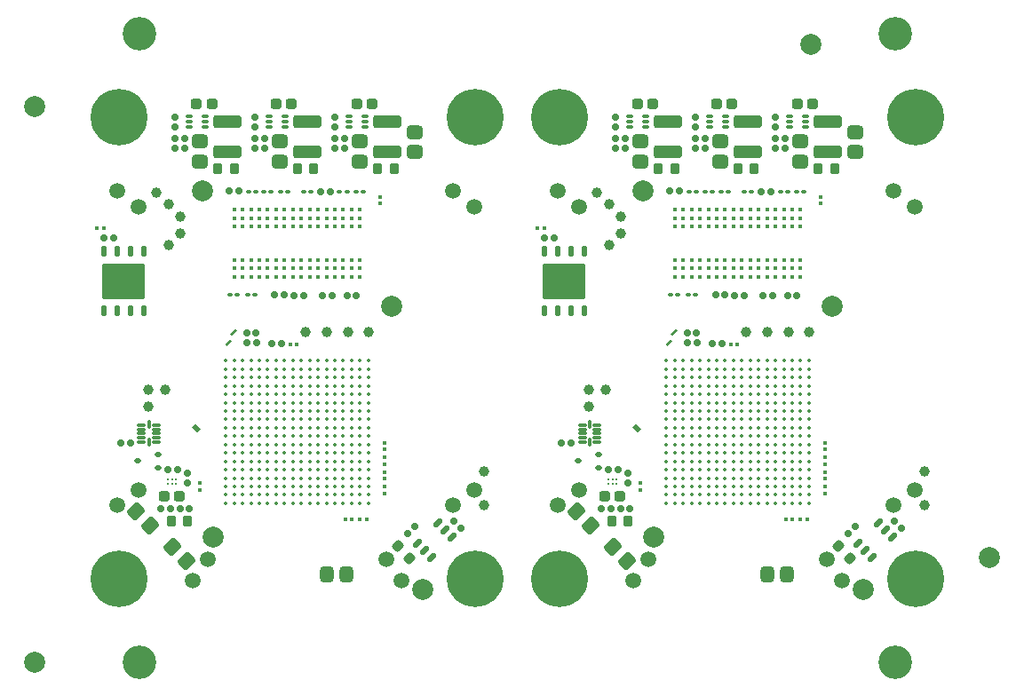
<source format=gbr>
G04*
G04 #@! TF.GenerationSoftware,Altium Limited,Altium Designer,22.4.2 (48)*
G04*
G04 Layer_Color=8388736*
%FSAX24Y24*%
%MOIN*%
G70*
G04*
G04 #@! TF.SameCoordinates,804BE6BC-564E-48D7-BD21-CB3B51F5BFA5*
G04*
G04*
G04 #@! TF.FilePolarity,Negative*
G04*
G01*
G75*
%ADD10C,0.0394*%
%ADD15C,0.0110*%
G04:AMPARAMS|DCode=16|XSize=39.4mil|YSize=35.4mil|CornerRadius=8.9mil|HoleSize=0mil|Usage=FLASHONLY|Rotation=90.000|XOffset=0mil|YOffset=0mil|HoleType=Round|Shape=RoundedRectangle|*
%AMROUNDEDRECTD16*
21,1,0.0394,0.0177,0,0,90.0*
21,1,0.0217,0.0354,0,0,90.0*
1,1,0.0177,0.0089,0.0108*
1,1,0.0177,0.0089,-0.0108*
1,1,0.0177,-0.0089,-0.0108*
1,1,0.0177,-0.0089,0.0108*
%
%ADD16ROUNDEDRECTD16*%
G04:AMPARAMS|DCode=17|XSize=39.4mil|YSize=35.4mil|CornerRadius=8.9mil|HoleSize=0mil|Usage=FLASHONLY|Rotation=225.000|XOffset=0mil|YOffset=0mil|HoleType=Round|Shape=RoundedRectangle|*
%AMROUNDEDRECTD17*
21,1,0.0394,0.0177,0,0,225.0*
21,1,0.0217,0.0354,0,0,225.0*
1,1,0.0177,-0.0139,-0.0014*
1,1,0.0177,0.0014,0.0139*
1,1,0.0177,0.0139,0.0014*
1,1,0.0177,-0.0014,-0.0139*
%
%ADD17ROUNDEDRECTD17*%
G04:AMPARAMS|DCode=18|XSize=107.1mil|YSize=48.4mil|CornerRadius=12.1mil|HoleSize=0mil|Usage=FLASHONLY|Rotation=0.000|XOffset=0mil|YOffset=0mil|HoleType=Round|Shape=RoundedRectangle|*
%AMROUNDEDRECTD18*
21,1,0.1071,0.0242,0,0,0.0*
21,1,0.0829,0.0484,0,0,0.0*
1,1,0.0242,0.0414,-0.0121*
1,1,0.0242,-0.0414,-0.0121*
1,1,0.0242,-0.0414,0.0121*
1,1,0.0242,0.0414,0.0121*
%
%ADD18ROUNDEDRECTD18*%
G04:AMPARAMS|DCode=19|XSize=59.1mil|YSize=51.2mil|CornerRadius=12.8mil|HoleSize=0mil|Usage=FLASHONLY|Rotation=0.000|XOffset=0mil|YOffset=0mil|HoleType=Round|Shape=RoundedRectangle|*
%AMROUNDEDRECTD19*
21,1,0.0591,0.0256,0,0,0.0*
21,1,0.0335,0.0512,0,0,0.0*
1,1,0.0256,0.0167,-0.0128*
1,1,0.0256,-0.0167,-0.0128*
1,1,0.0256,-0.0167,0.0128*
1,1,0.0256,0.0167,0.0128*
%
%ADD19ROUNDEDRECTD19*%
G04:AMPARAMS|DCode=20|XSize=37.4mil|YSize=41.3mil|CornerRadius=9.4mil|HoleSize=0mil|Usage=FLASHONLY|Rotation=270.000|XOffset=0mil|YOffset=0mil|HoleType=Round|Shape=RoundedRectangle|*
%AMROUNDEDRECTD20*
21,1,0.0374,0.0226,0,0,270.0*
21,1,0.0187,0.0413,0,0,270.0*
1,1,0.0187,-0.0113,-0.0094*
1,1,0.0187,-0.0113,0.0094*
1,1,0.0187,0.0113,0.0094*
1,1,0.0187,0.0113,-0.0094*
%
%ADD20ROUNDEDRECTD20*%
G04:AMPARAMS|DCode=21|XSize=59.1mil|YSize=51.2mil|CornerRadius=12.8mil|HoleSize=0mil|Usage=FLASHONLY|Rotation=45.000|XOffset=0mil|YOffset=0mil|HoleType=Round|Shape=RoundedRectangle|*
%AMROUNDEDRECTD21*
21,1,0.0591,0.0256,0,0,45.0*
21,1,0.0335,0.0512,0,0,45.0*
1,1,0.0256,0.0209,0.0028*
1,1,0.0256,-0.0028,-0.0209*
1,1,0.0256,-0.0209,-0.0028*
1,1,0.0256,0.0028,0.0209*
%
%ADD21ROUNDEDRECTD21*%
G04:AMPARAMS|DCode=22|XSize=59.1mil|YSize=51.2mil|CornerRadius=12.8mil|HoleSize=0mil|Usage=FLASHONLY|Rotation=90.000|XOffset=0mil|YOffset=0mil|HoleType=Round|Shape=RoundedRectangle|*
%AMROUNDEDRECTD22*
21,1,0.0591,0.0256,0,0,90.0*
21,1,0.0335,0.0512,0,0,90.0*
1,1,0.0256,0.0128,0.0167*
1,1,0.0256,0.0128,-0.0167*
1,1,0.0256,-0.0128,-0.0167*
1,1,0.0256,-0.0128,0.0167*
%
%ADD22ROUNDEDRECTD22*%
G04:AMPARAMS|DCode=23|XSize=23.6mil|YSize=23.6mil|CornerRadius=5.9mil|HoleSize=0mil|Usage=FLASHONLY|Rotation=270.000|XOffset=0mil|YOffset=0mil|HoleType=Round|Shape=RoundedRectangle|*
%AMROUNDEDRECTD23*
21,1,0.0236,0.0118,0,0,270.0*
21,1,0.0118,0.0236,0,0,270.0*
1,1,0.0118,-0.0059,-0.0059*
1,1,0.0118,-0.0059,0.0059*
1,1,0.0118,0.0059,0.0059*
1,1,0.0118,0.0059,-0.0059*
%
%ADD23ROUNDEDRECTD23*%
G04:AMPARAMS|DCode=24|XSize=23.6mil|YSize=23.6mil|CornerRadius=5.9mil|HoleSize=0mil|Usage=FLASHONLY|Rotation=0.000|XOffset=0mil|YOffset=0mil|HoleType=Round|Shape=RoundedRectangle|*
%AMROUNDEDRECTD24*
21,1,0.0236,0.0118,0,0,0.0*
21,1,0.0118,0.0236,0,0,0.0*
1,1,0.0118,0.0059,-0.0059*
1,1,0.0118,-0.0059,-0.0059*
1,1,0.0118,-0.0059,0.0059*
1,1,0.0118,0.0059,0.0059*
%
%ADD24ROUNDEDRECTD24*%
G04:AMPARAMS|DCode=25|XSize=25.2mil|YSize=25.2mil|CornerRadius=6.3mil|HoleSize=0mil|Usage=FLASHONLY|Rotation=0.000|XOffset=0mil|YOffset=0mil|HoleType=Round|Shape=RoundedRectangle|*
%AMROUNDEDRECTD25*
21,1,0.0252,0.0126,0,0,0.0*
21,1,0.0126,0.0252,0,0,0.0*
1,1,0.0126,0.0063,-0.0063*
1,1,0.0126,-0.0063,-0.0063*
1,1,0.0126,-0.0063,0.0063*
1,1,0.0126,0.0063,0.0063*
%
%ADD25ROUNDEDRECTD25*%
G04:AMPARAMS|DCode=26|XSize=25.2mil|YSize=25.2mil|CornerRadius=6.3mil|HoleSize=0mil|Usage=FLASHONLY|Rotation=270.000|XOffset=0mil|YOffset=0mil|HoleType=Round|Shape=RoundedRectangle|*
%AMROUNDEDRECTD26*
21,1,0.0252,0.0126,0,0,270.0*
21,1,0.0126,0.0252,0,0,270.0*
1,1,0.0126,-0.0063,-0.0063*
1,1,0.0126,-0.0063,0.0063*
1,1,0.0126,0.0063,0.0063*
1,1,0.0126,0.0063,-0.0063*
%
%ADD26ROUNDEDRECTD26*%
G04:AMPARAMS|DCode=27|XSize=25.2mil|YSize=25.2mil|CornerRadius=6.3mil|HoleSize=0mil|Usage=FLASHONLY|Rotation=315.000|XOffset=0mil|YOffset=0mil|HoleType=Round|Shape=RoundedRectangle|*
%AMROUNDEDRECTD27*
21,1,0.0252,0.0126,0,0,315.0*
21,1,0.0126,0.0252,0,0,315.0*
1,1,0.0126,0.0000,-0.0089*
1,1,0.0126,-0.0089,0.0000*
1,1,0.0126,0.0000,0.0089*
1,1,0.0126,0.0089,0.0000*
%
%ADD27ROUNDEDRECTD27*%
G04:AMPARAMS|DCode=28|XSize=25.2mil|YSize=25.2mil|CornerRadius=6.3mil|HoleSize=0mil|Usage=FLASHONLY|Rotation=225.000|XOffset=0mil|YOffset=0mil|HoleType=Round|Shape=RoundedRectangle|*
%AMROUNDEDRECTD28*
21,1,0.0252,0.0126,0,0,225.0*
21,1,0.0126,0.0252,0,0,225.0*
1,1,0.0126,-0.0089,0.0000*
1,1,0.0126,0.0000,0.0089*
1,1,0.0126,0.0089,0.0000*
1,1,0.0126,0.0000,-0.0089*
%
%ADD28ROUNDEDRECTD28*%
G04:AMPARAMS|DCode=29|XSize=13.8mil|YSize=15.7mil|CornerRadius=3.4mil|HoleSize=0mil|Usage=FLASHONLY|Rotation=270.000|XOffset=0mil|YOffset=0mil|HoleType=Round|Shape=RoundedRectangle|*
%AMROUNDEDRECTD29*
21,1,0.0138,0.0089,0,0,270.0*
21,1,0.0069,0.0157,0,0,270.0*
1,1,0.0069,-0.0044,-0.0034*
1,1,0.0069,-0.0044,0.0034*
1,1,0.0069,0.0044,0.0034*
1,1,0.0069,0.0044,-0.0034*
%
%ADD29ROUNDEDRECTD29*%
G04:AMPARAMS|DCode=30|XSize=13.8mil|YSize=15.7mil|CornerRadius=3.4mil|HoleSize=0mil|Usage=FLASHONLY|Rotation=180.000|XOffset=0mil|YOffset=0mil|HoleType=Round|Shape=RoundedRectangle|*
%AMROUNDEDRECTD30*
21,1,0.0138,0.0089,0,0,180.0*
21,1,0.0069,0.0157,0,0,180.0*
1,1,0.0069,-0.0034,0.0044*
1,1,0.0069,0.0034,0.0044*
1,1,0.0069,0.0034,-0.0044*
1,1,0.0069,-0.0034,-0.0044*
%
%ADD30ROUNDEDRECTD30*%
G04:AMPARAMS|DCode=31|XSize=16.5mil|YSize=18.1mil|CornerRadius=4.1mil|HoleSize=0mil|Usage=FLASHONLY|Rotation=270.000|XOffset=0mil|YOffset=0mil|HoleType=Round|Shape=RoundedRectangle|*
%AMROUNDEDRECTD31*
21,1,0.0165,0.0098,0,0,270.0*
21,1,0.0083,0.0181,0,0,270.0*
1,1,0.0083,-0.0049,-0.0041*
1,1,0.0083,-0.0049,0.0041*
1,1,0.0083,0.0049,0.0041*
1,1,0.0083,0.0049,-0.0041*
%
%ADD31ROUNDEDRECTD31*%
G04:AMPARAMS|DCode=32|XSize=11.8mil|YSize=26.4mil|CornerRadius=3mil|HoleSize=0mil|Usage=FLASHONLY|Rotation=270.000|XOffset=0mil|YOffset=0mil|HoleType=Round|Shape=RoundedRectangle|*
%AMROUNDEDRECTD32*
21,1,0.0118,0.0205,0,0,270.0*
21,1,0.0059,0.0264,0,0,270.0*
1,1,0.0059,-0.0102,-0.0030*
1,1,0.0059,-0.0102,0.0030*
1,1,0.0059,0.0102,0.0030*
1,1,0.0059,0.0102,-0.0030*
%
%ADD32ROUNDEDRECTD32*%
%ADD33C,0.0157*%
%ADD34C,0.0138*%
G04:AMPARAMS|DCode=35|XSize=21.7mil|YSize=39.4mil|CornerRadius=5.4mil|HoleSize=0mil|Usage=FLASHONLY|Rotation=135.000|XOffset=0mil|YOffset=0mil|HoleType=Round|Shape=RoundedRectangle|*
%AMROUNDEDRECTD35*
21,1,0.0217,0.0285,0,0,135.0*
21,1,0.0108,0.0394,0,0,135.0*
1,1,0.0108,0.0063,0.0139*
1,1,0.0108,0.0139,0.0063*
1,1,0.0108,-0.0063,-0.0139*
1,1,0.0108,-0.0139,-0.0063*
%
%ADD35ROUNDEDRECTD35*%
G04:AMPARAMS|DCode=36|XSize=18.5mil|YSize=23.6mil|CornerRadius=4.6mil|HoleSize=0mil|Usage=FLASHONLY|Rotation=90.000|XOffset=0mil|YOffset=0mil|HoleType=Round|Shape=RoundedRectangle|*
%AMROUNDEDRECTD36*
21,1,0.0185,0.0144,0,0,90.0*
21,1,0.0093,0.0236,0,0,90.0*
1,1,0.0093,0.0072,0.0046*
1,1,0.0093,0.0072,-0.0046*
1,1,0.0093,-0.0072,-0.0046*
1,1,0.0093,-0.0072,0.0046*
%
%ADD36ROUNDEDRECTD36*%
G04:AMPARAMS|DCode=39|XSize=17.7mil|YSize=41.3mil|CornerRadius=4.4mil|HoleSize=0mil|Usage=FLASHONLY|Rotation=180.000|XOffset=0mil|YOffset=0mil|HoleType=Round|Shape=RoundedRectangle|*
%AMROUNDEDRECTD39*
21,1,0.0177,0.0325,0,0,180.0*
21,1,0.0089,0.0413,0,0,180.0*
1,1,0.0089,-0.0044,0.0162*
1,1,0.0089,0.0044,0.0162*
1,1,0.0089,0.0044,-0.0162*
1,1,0.0089,-0.0044,-0.0162*
%
%ADD39ROUNDEDRECTD39*%
G04:AMPARAMS|DCode=40|XSize=157.5mil|YSize=133.9mil|CornerRadius=3.3mil|HoleSize=0mil|Usage=FLASHONLY|Rotation=180.000|XOffset=0mil|YOffset=0mil|HoleType=Round|Shape=RoundedRectangle|*
%AMROUNDEDRECTD40*
21,1,0.1575,0.1272,0,0,180.0*
21,1,0.1508,0.1339,0,0,180.0*
1,1,0.0067,-0.0754,0.0636*
1,1,0.0067,0.0754,0.0636*
1,1,0.0067,0.0754,-0.0636*
1,1,0.0067,-0.0754,-0.0636*
%
%ADD40ROUNDEDRECTD40*%
%ADD45C,0.1260*%
%ADD46C,0.2126*%
%ADD47C,0.0591*%
%ADD64C,0.0787*%
G04:AMPARAMS|DCode=65|XSize=11.9mil|YSize=31.6mil|CornerRadius=4mil|HoleSize=0mil|Usage=FLASHONLY|Rotation=180.000|XOffset=0mil|YOffset=0mil|HoleType=Round|Shape=RoundedRectangle|*
%AMROUNDEDRECTD65*
21,1,0.0119,0.0236,0,0,180.0*
21,1,0.0039,0.0316,0,0,180.0*
1,1,0.0079,-0.0020,0.0118*
1,1,0.0079,0.0020,0.0118*
1,1,0.0079,0.0020,-0.0118*
1,1,0.0079,-0.0020,-0.0118*
%
%ADD65ROUNDEDRECTD65*%
G04:AMPARAMS|DCode=66|XSize=11.9mil|YSize=31.6mil|CornerRadius=4mil|HoleSize=0mil|Usage=FLASHONLY|Rotation=270.000|XOffset=0mil|YOffset=0mil|HoleType=Round|Shape=RoundedRectangle|*
%AMROUNDEDRECTD66*
21,1,0.0119,0.0236,0,0,270.0*
21,1,0.0039,0.0316,0,0,270.0*
1,1,0.0079,-0.0118,-0.0020*
1,1,0.0079,-0.0118,0.0020*
1,1,0.0079,0.0118,0.0020*
1,1,0.0079,0.0118,-0.0020*
%
%ADD66ROUNDEDRECTD66*%
G36*
X026083Y014449D02*
X025896Y014262D01*
X025837Y014321D01*
X026024Y014508D01*
X026083Y014449D01*
D02*
G37*
G36*
X009547D02*
X009360Y014262D01*
X009301Y014321D01*
X009488Y014508D01*
X009547Y014449D01*
D02*
G37*
G36*
X025901Y014050D02*
X025714Y013863D01*
X025655Y013922D01*
X025842Y014109D01*
X025901Y014050D01*
D02*
G37*
G36*
X009365D02*
X009178Y013863D01*
X009119Y013922D01*
X009306Y014109D01*
X009365Y014050D01*
D02*
G37*
G36*
X024719Y010753D02*
X024582Y010615D01*
X024395Y010802D01*
X024532Y010940D01*
X024719Y010753D01*
D02*
G37*
G36*
X008184D02*
X008046Y010615D01*
X007859Y010802D01*
X007997Y010940D01*
X008184Y010753D01*
D02*
G37*
D10*
X018839Y007874D02*
D03*
X018839Y009154D02*
D03*
X006535Y019626D02*
D03*
X006988Y017638D02*
D03*
X007421Y018091D02*
D03*
Y018720D02*
D03*
X006988Y019173D02*
D03*
X006240Y012224D02*
D03*
Y011594D02*
D03*
X006850Y012224D02*
D03*
X014498Y014370D02*
D03*
X013711D02*
D03*
X012136D02*
D03*
X012923D02*
D03*
X035374Y007874D02*
D03*
X035374Y009154D02*
D03*
X023071Y019626D02*
D03*
X023524Y017638D02*
D03*
X023957Y018091D02*
D03*
Y018720D02*
D03*
X023524Y019173D02*
D03*
X022776Y012224D02*
D03*
Y011594D02*
D03*
X023386Y012224D02*
D03*
X031033Y014370D02*
D03*
X030246D02*
D03*
X028671D02*
D03*
X029459D02*
D03*
D15*
X007274Y008848D02*
D03*
Y008691D02*
D03*
X007116Y008848D02*
D03*
Y008691D02*
D03*
X006959Y008848D02*
D03*
Y008691D02*
D03*
X023809Y008848D02*
D03*
Y008691D02*
D03*
X023652Y008848D02*
D03*
Y008691D02*
D03*
X023494Y008848D02*
D03*
Y008691D02*
D03*
D16*
X008819Y020512D02*
D03*
X009449D02*
D03*
X007077Y007274D02*
D03*
X007707D02*
D03*
X011811Y020512D02*
D03*
X012441D02*
D03*
X014823D02*
D03*
X015453D02*
D03*
X025354D02*
D03*
X025984D02*
D03*
X023612Y007274D02*
D03*
X024242D02*
D03*
X028346Y020512D02*
D03*
X028976D02*
D03*
X031358D02*
D03*
X031988D02*
D03*
D17*
X016040Y005899D02*
D03*
X015594Y006345D02*
D03*
X032575Y005899D02*
D03*
X032130Y006345D02*
D03*
D18*
X012185Y022278D02*
D03*
Y021148D02*
D03*
X009193Y022278D02*
D03*
Y021148D02*
D03*
X015197Y022278D02*
D03*
Y021148D02*
D03*
X028720Y022278D02*
D03*
Y021148D02*
D03*
X025728Y022278D02*
D03*
Y021148D02*
D03*
X031732Y022278D02*
D03*
Y021148D02*
D03*
D19*
X008169Y020797D02*
D03*
Y021545D02*
D03*
X011161Y020797D02*
D03*
Y021545D02*
D03*
X016220Y021152D02*
D03*
Y021900D02*
D03*
X014173Y020797D02*
D03*
Y021545D02*
D03*
X024705Y020797D02*
D03*
Y021545D02*
D03*
X027697Y020797D02*
D03*
Y021545D02*
D03*
X032756Y021152D02*
D03*
Y021900D02*
D03*
X030709Y020797D02*
D03*
Y021545D02*
D03*
D20*
X007402Y008219D02*
D03*
X006831D02*
D03*
X014045Y022963D02*
D03*
X014616D02*
D03*
X011033Y022963D02*
D03*
X011604D02*
D03*
X008041D02*
D03*
X008612D02*
D03*
X023937Y008219D02*
D03*
X023366D02*
D03*
X030581Y022963D02*
D03*
X031152D02*
D03*
X027569Y022963D02*
D03*
X028140D02*
D03*
X024577D02*
D03*
X025148D02*
D03*
D21*
X006278Y007117D02*
D03*
X005749Y007646D02*
D03*
X007117Y006318D02*
D03*
X007646Y005789D02*
D03*
X022814Y007117D02*
D03*
X022285Y007646D02*
D03*
X023653Y006318D02*
D03*
X024182Y005789D02*
D03*
D22*
X013671Y005295D02*
D03*
X012923D02*
D03*
X030207D02*
D03*
X029459D02*
D03*
D23*
X007766Y007746D02*
D03*
X007411D02*
D03*
X007057D02*
D03*
X006703D02*
D03*
X009911Y014350D02*
D03*
X010266D02*
D03*
X011329Y015768D02*
D03*
X010974D02*
D03*
X010866Y013957D02*
D03*
X011220D02*
D03*
X012697Y019665D02*
D03*
X013051D02*
D03*
X024301Y007746D02*
D03*
X023947D02*
D03*
X023593D02*
D03*
X023238D02*
D03*
X026447Y014350D02*
D03*
X026801D02*
D03*
X027864Y015768D02*
D03*
X027510D02*
D03*
X027402Y013957D02*
D03*
X027756D02*
D03*
X029232Y019665D02*
D03*
X029587D02*
D03*
D24*
X007224Y022451D02*
D03*
Y022096D02*
D03*
Y021634D02*
D03*
Y021280D02*
D03*
X010217Y022451D02*
D03*
Y022096D02*
D03*
Y021634D02*
D03*
Y021280D02*
D03*
X013228Y022451D02*
D03*
Y022096D02*
D03*
X013228Y021634D02*
D03*
Y021280D02*
D03*
X023760Y022451D02*
D03*
Y022096D02*
D03*
Y021634D02*
D03*
Y021280D02*
D03*
X026752Y022451D02*
D03*
Y022096D02*
D03*
Y021634D02*
D03*
Y021280D02*
D03*
X029764Y022451D02*
D03*
Y022096D02*
D03*
X029764Y021634D02*
D03*
Y021280D02*
D03*
D25*
X007598Y021276D02*
D03*
Y021638D02*
D03*
X007707Y009079D02*
D03*
Y008717D02*
D03*
X010591Y021276D02*
D03*
Y021638D02*
D03*
X013602Y021276D02*
D03*
Y021638D02*
D03*
X024134Y021276D02*
D03*
Y021638D02*
D03*
X024242Y009079D02*
D03*
Y008717D02*
D03*
X027126Y021276D02*
D03*
Y021638D02*
D03*
X030138Y021276D02*
D03*
Y021638D02*
D03*
D26*
X006955Y009232D02*
D03*
X007317D02*
D03*
X010280Y013976D02*
D03*
X009917D02*
D03*
X013124Y015748D02*
D03*
X012762D02*
D03*
X012061D02*
D03*
X011699D02*
D03*
X013677D02*
D03*
X014039D02*
D03*
X009268Y019685D02*
D03*
X009630D02*
D03*
X004915Y017913D02*
D03*
X004553D02*
D03*
X005193Y010207D02*
D03*
X005555D02*
D03*
X023490Y009232D02*
D03*
X023852D02*
D03*
X026815Y013976D02*
D03*
X026453D02*
D03*
X029659Y015748D02*
D03*
X029297D02*
D03*
X028596D02*
D03*
X028234D02*
D03*
X030213D02*
D03*
X030575D02*
D03*
X025803Y019685D02*
D03*
X026165D02*
D03*
X021451Y017913D02*
D03*
X021089D02*
D03*
X021728Y010207D02*
D03*
X022091D02*
D03*
D27*
X015956Y006829D02*
D03*
X016212Y007085D02*
D03*
X032491Y006829D02*
D03*
X032747Y007085D02*
D03*
D28*
X017705Y007273D02*
D03*
X017961Y007017D02*
D03*
X034240Y007273D02*
D03*
X034496Y007017D02*
D03*
D29*
X011545Y013917D02*
D03*
X011801D02*
D03*
X004557Y018287D02*
D03*
X004301D02*
D03*
X013868Y007343D02*
D03*
X013612D02*
D03*
X014419D02*
D03*
X014163D02*
D03*
X028081Y013917D02*
D03*
X028337D02*
D03*
X021093Y018287D02*
D03*
X020837D02*
D03*
X030404Y007343D02*
D03*
X030148D02*
D03*
X030955D02*
D03*
X030699D02*
D03*
D30*
X014941Y019459D02*
D03*
Y019203D02*
D03*
X008150Y008711D02*
D03*
Y008455D02*
D03*
X015098Y008573D02*
D03*
Y008317D02*
D03*
Y009124D02*
D03*
Y008868D02*
D03*
Y010226D02*
D03*
Y009970D02*
D03*
Y009675D02*
D03*
Y009419D02*
D03*
X031476Y019459D02*
D03*
Y019203D02*
D03*
X024685Y008711D02*
D03*
Y008455D02*
D03*
X031634Y008573D02*
D03*
Y008317D02*
D03*
Y009124D02*
D03*
Y008868D02*
D03*
Y010226D02*
D03*
Y009970D02*
D03*
Y009675D02*
D03*
Y009419D02*
D03*
D31*
X014039Y019646D02*
D03*
X014307D02*
D03*
X013409D02*
D03*
X013677D02*
D03*
X009305Y015787D02*
D03*
X009573D02*
D03*
X009984Y019646D02*
D03*
X010252D02*
D03*
X012339D02*
D03*
X012071D02*
D03*
X011472D02*
D03*
X011205D02*
D03*
X010843D02*
D03*
X010575D02*
D03*
X009945Y015787D02*
D03*
X010213D02*
D03*
X030575Y019646D02*
D03*
X030843D02*
D03*
X029945D02*
D03*
X030213D02*
D03*
X025841Y015787D02*
D03*
X026108D02*
D03*
X026520Y019646D02*
D03*
X026787D02*
D03*
X028874D02*
D03*
X028606D02*
D03*
X028008D02*
D03*
X027740D02*
D03*
X027378D02*
D03*
X027110D02*
D03*
X026480Y015787D02*
D03*
X026748D02*
D03*
D32*
X014356Y022274D02*
D03*
Y022470D02*
D03*
Y022077D02*
D03*
X013774Y022274D02*
D03*
Y022470D02*
D03*
Y022077D02*
D03*
X011344Y022274D02*
D03*
Y022470D02*
D03*
Y022077D02*
D03*
X010762Y022274D02*
D03*
Y022470D02*
D03*
Y022077D02*
D03*
X008352Y022274D02*
D03*
Y022470D02*
D03*
Y022077D02*
D03*
X007770Y022274D02*
D03*
Y022470D02*
D03*
Y022077D02*
D03*
X030892Y022274D02*
D03*
Y022470D02*
D03*
Y022077D02*
D03*
X030309Y022274D02*
D03*
Y022470D02*
D03*
Y022077D02*
D03*
X027880Y022274D02*
D03*
Y022470D02*
D03*
Y022077D02*
D03*
X027297Y022274D02*
D03*
Y022470D02*
D03*
Y022077D02*
D03*
X024888Y022274D02*
D03*
Y022470D02*
D03*
Y022077D02*
D03*
X024305Y022274D02*
D03*
Y022470D02*
D03*
Y022077D02*
D03*
D33*
X013858Y018976D02*
D03*
X013543D02*
D03*
X014173D02*
D03*
X013543Y018661D02*
D03*
X013228Y018976D02*
D03*
X012913D02*
D03*
X013228Y018661D02*
D03*
X012913D02*
D03*
X014173D02*
D03*
X013858D02*
D03*
X014173Y018346D02*
D03*
X013858D02*
D03*
X013228D02*
D03*
X012913D02*
D03*
X013543D02*
D03*
X012598Y018976D02*
D03*
X012283D02*
D03*
Y018661D02*
D03*
X011969D02*
D03*
Y018976D02*
D03*
X011654D02*
D03*
Y018661D02*
D03*
X012598D02*
D03*
X011969Y018346D02*
D03*
X012598D02*
D03*
X012283D02*
D03*
X011654D02*
D03*
X014173Y017087D02*
D03*
X013543D02*
D03*
X013228D02*
D03*
X013858D02*
D03*
X013228Y016772D02*
D03*
X014173D02*
D03*
X013858D02*
D03*
X014173Y016457D02*
D03*
X013858D02*
D03*
X013543Y016772D02*
D03*
X013228Y016457D02*
D03*
X013543D02*
D03*
X012598Y017087D02*
D03*
X012283D02*
D03*
X012913D02*
D03*
X012283Y016772D02*
D03*
X011969Y017087D02*
D03*
X011654Y016772D02*
D03*
X011969D02*
D03*
X012913D02*
D03*
X012598D02*
D03*
X012913Y016457D02*
D03*
X012598D02*
D03*
X011969D02*
D03*
X011654D02*
D03*
X012283D02*
D03*
X011339Y018976D02*
D03*
X011024D02*
D03*
Y018661D02*
D03*
X010709D02*
D03*
Y018976D02*
D03*
X011339Y018661D02*
D03*
X011024Y018346D02*
D03*
X011654Y017087D02*
D03*
X011339Y018346D02*
D03*
X010709D02*
D03*
X010394D02*
D03*
Y018976D02*
D03*
X010079D02*
D03*
Y018661D02*
D03*
X009764D02*
D03*
Y018976D02*
D03*
X009449D02*
D03*
Y018661D02*
D03*
X010394D02*
D03*
X010079Y018346D02*
D03*
Y017087D02*
D03*
X009764D02*
D03*
Y018346D02*
D03*
X009449D02*
D03*
Y017087D02*
D03*
X011339D02*
D03*
X011024D02*
D03*
X011339Y016772D02*
D03*
X011024D02*
D03*
X010709Y017087D02*
D03*
X010394Y016772D02*
D03*
X010709D02*
D03*
Y016457D02*
D03*
X010394D02*
D03*
X011339D02*
D03*
X011024D02*
D03*
X010394Y017087D02*
D03*
X009449Y016772D02*
D03*
X010079D02*
D03*
X009764D02*
D03*
Y016457D02*
D03*
X009449D02*
D03*
X010079D02*
D03*
X030394Y018976D02*
D03*
X030079D02*
D03*
X030709D02*
D03*
X030079Y018661D02*
D03*
X029764Y018976D02*
D03*
X029449D02*
D03*
X029764Y018661D02*
D03*
X029449D02*
D03*
X030709D02*
D03*
X030394D02*
D03*
X030709Y018346D02*
D03*
X030394D02*
D03*
X029764D02*
D03*
X029449D02*
D03*
X030079D02*
D03*
X029134Y018976D02*
D03*
X028819D02*
D03*
Y018661D02*
D03*
X028504D02*
D03*
Y018976D02*
D03*
X028189D02*
D03*
Y018661D02*
D03*
X029134D02*
D03*
X028504Y018346D02*
D03*
X029134D02*
D03*
X028819D02*
D03*
X028189D02*
D03*
X030709Y017087D02*
D03*
X030079D02*
D03*
X029764D02*
D03*
X030394D02*
D03*
X029764Y016772D02*
D03*
X030709D02*
D03*
X030394D02*
D03*
X030709Y016457D02*
D03*
X030394D02*
D03*
X030079Y016772D02*
D03*
X029764Y016457D02*
D03*
X030079D02*
D03*
X029134Y017087D02*
D03*
X028819D02*
D03*
X029449D02*
D03*
X028819Y016772D02*
D03*
X028504Y017087D02*
D03*
X028189Y016772D02*
D03*
X028504D02*
D03*
X029449D02*
D03*
X029134D02*
D03*
X029449Y016457D02*
D03*
X029134D02*
D03*
X028504D02*
D03*
X028189D02*
D03*
X028819D02*
D03*
X027874Y018976D02*
D03*
X027559D02*
D03*
Y018661D02*
D03*
X027244D02*
D03*
Y018976D02*
D03*
X027874Y018661D02*
D03*
X027559Y018346D02*
D03*
X028189Y017087D02*
D03*
X027874Y018346D02*
D03*
X027244D02*
D03*
X026929D02*
D03*
Y018976D02*
D03*
X026614D02*
D03*
Y018661D02*
D03*
X026299D02*
D03*
Y018976D02*
D03*
X025984D02*
D03*
Y018661D02*
D03*
X026929D02*
D03*
X026614Y018346D02*
D03*
Y017087D02*
D03*
X026299D02*
D03*
Y018346D02*
D03*
X025984D02*
D03*
Y017087D02*
D03*
X027874D02*
D03*
X027559D02*
D03*
X027874Y016772D02*
D03*
X027559D02*
D03*
X027244Y017087D02*
D03*
X026929Y016772D02*
D03*
X027244D02*
D03*
Y016457D02*
D03*
X026929D02*
D03*
X027874D02*
D03*
X027559D02*
D03*
X026929Y017087D02*
D03*
X025984Y016772D02*
D03*
X026614D02*
D03*
X026299D02*
D03*
Y016457D02*
D03*
X025984D02*
D03*
X026614D02*
D03*
D34*
X014488Y012992D02*
D03*
Y013307D02*
D03*
Y012677D02*
D03*
X014173Y012992D02*
D03*
Y013307D02*
D03*
Y012677D02*
D03*
X014488Y012362D02*
D03*
X014173D02*
D03*
Y012047D02*
D03*
X013858Y012362D02*
D03*
Y012047D02*
D03*
Y013307D02*
D03*
X013543Y012992D02*
D03*
X013858D02*
D03*
X013543Y013307D02*
D03*
X013228Y012992D02*
D03*
Y012677D02*
D03*
X013858D02*
D03*
X013543Y012362D02*
D03*
Y012047D02*
D03*
Y012677D02*
D03*
X013228Y012362D02*
D03*
X014488Y011732D02*
D03*
Y012047D02*
D03*
Y011417D02*
D03*
X014173D02*
D03*
Y011732D02*
D03*
X013858Y011102D02*
D03*
X014488D02*
D03*
X014173Y010787D02*
D03*
X014488D02*
D03*
X014173Y011102D02*
D03*
X013858Y010787D02*
D03*
Y011732D02*
D03*
X013543D02*
D03*
Y011417D02*
D03*
X013228Y011732D02*
D03*
Y011417D02*
D03*
X013858D02*
D03*
X013543Y011102D02*
D03*
Y010787D02*
D03*
X013228Y011102D02*
D03*
Y010787D02*
D03*
Y013307D02*
D03*
X012913D02*
D03*
Y012992D02*
D03*
X012598D02*
D03*
Y013307D02*
D03*
Y012677D02*
D03*
X012913Y012362D02*
D03*
Y012677D02*
D03*
X013228Y012047D02*
D03*
X012598Y012362D02*
D03*
X012283Y012047D02*
D03*
Y013307D02*
D03*
X011969Y012992D02*
D03*
X012283D02*
D03*
X011969Y013307D02*
D03*
X011654D02*
D03*
Y012992D02*
D03*
X012283Y012677D02*
D03*
X011969Y012362D02*
D03*
X012283D02*
D03*
X011654Y012677D02*
D03*
X011969D02*
D03*
X012913Y011732D02*
D03*
Y012047D02*
D03*
Y011417D02*
D03*
X012598Y011732D02*
D03*
Y012047D02*
D03*
Y011417D02*
D03*
X012913Y011102D02*
D03*
X012598Y010787D02*
D03*
X012913D02*
D03*
X012598Y011102D02*
D03*
X012283Y010787D02*
D03*
Y011732D02*
D03*
X011969Y011417D02*
D03*
X012283D02*
D03*
X011969Y012047D02*
D03*
Y011732D02*
D03*
X012283Y011102D02*
D03*
X011969D02*
D03*
Y010787D02*
D03*
X011654Y011102D02*
D03*
X014488Y010157D02*
D03*
Y010472D02*
D03*
Y009843D02*
D03*
X014173D02*
D03*
Y010157D02*
D03*
Y009528D02*
D03*
X014488D02*
D03*
X014173Y009213D02*
D03*
Y010472D02*
D03*
X013858D02*
D03*
Y010157D02*
D03*
X013543D02*
D03*
Y010472D02*
D03*
Y009843D02*
D03*
X013858Y009528D02*
D03*
Y009843D02*
D03*
X013543Y009213D02*
D03*
Y009528D02*
D03*
X013228Y009213D02*
D03*
X014488Y008898D02*
D03*
Y009213D02*
D03*
Y008583D02*
D03*
X014173D02*
D03*
Y008898D02*
D03*
X013858Y008268D02*
D03*
X014488D02*
D03*
X014173Y007953D02*
D03*
X014488D02*
D03*
X014173Y008268D02*
D03*
X013858Y007953D02*
D03*
Y008898D02*
D03*
Y009213D02*
D03*
X013543Y008583D02*
D03*
X013228Y008898D02*
D03*
X013543D02*
D03*
X013858Y008583D02*
D03*
X013543Y008268D02*
D03*
Y007953D02*
D03*
X013228Y008268D02*
D03*
Y007953D02*
D03*
Y010472D02*
D03*
X012913Y010157D02*
D03*
X013228D02*
D03*
X012913Y010472D02*
D03*
X012598Y010157D02*
D03*
Y009843D02*
D03*
X013228D02*
D03*
X012913Y009528D02*
D03*
X013228D02*
D03*
X012913Y009843D02*
D03*
X012598Y009528D02*
D03*
Y010472D02*
D03*
X012283D02*
D03*
X011969Y010157D02*
D03*
Y010472D02*
D03*
X011654Y010157D02*
D03*
X012283Y009843D02*
D03*
Y010157D02*
D03*
Y009528D02*
D03*
X011969Y009843D02*
D03*
Y009528D02*
D03*
X012913Y008898D02*
D03*
Y009213D02*
D03*
Y008583D02*
D03*
X012598Y008898D02*
D03*
Y009213D02*
D03*
Y008583D02*
D03*
X013228D02*
D03*
X012913Y008268D02*
D03*
Y007953D02*
D03*
X012598Y008268D02*
D03*
Y007953D02*
D03*
X012283Y008898D02*
D03*
Y009213D02*
D03*
X011969Y008583D02*
D03*
Y009213D02*
D03*
Y008898D02*
D03*
X012283Y008268D02*
D03*
Y008583D02*
D03*
Y007953D02*
D03*
X011969Y008268D02*
D03*
Y007953D02*
D03*
X011339Y012992D02*
D03*
Y013307D02*
D03*
Y012677D02*
D03*
X011024Y012992D02*
D03*
Y013307D02*
D03*
Y012677D02*
D03*
X011654Y012362D02*
D03*
X011339D02*
D03*
Y012047D02*
D03*
X011024Y012362D02*
D03*
Y012047D02*
D03*
X010709Y013307D02*
D03*
X010394Y012992D02*
D03*
X010709D02*
D03*
Y012362D02*
D03*
Y012677D02*
D03*
Y012047D02*
D03*
X010394Y012362D02*
D03*
Y012047D02*
D03*
X011654Y011732D02*
D03*
Y012047D02*
D03*
Y011417D02*
D03*
X011339D02*
D03*
Y011732D02*
D03*
Y011102D02*
D03*
X011654Y010787D02*
D03*
X011339D02*
D03*
Y010472D02*
D03*
X011024Y010787D02*
D03*
Y010472D02*
D03*
Y011732D02*
D03*
X010709Y011417D02*
D03*
X011024D02*
D03*
X010709Y011732D02*
D03*
X010394Y011417D02*
D03*
X011024Y011102D02*
D03*
X010709D02*
D03*
Y010787D02*
D03*
X010394Y011102D02*
D03*
Y010787D02*
D03*
Y013307D02*
D03*
X010079Y012992D02*
D03*
Y012677D02*
D03*
Y013307D02*
D03*
X009764Y012992D02*
D03*
Y012677D02*
D03*
X010394D02*
D03*
X010079Y012362D02*
D03*
Y012047D02*
D03*
X009764Y012362D02*
D03*
Y012047D02*
D03*
Y013307D02*
D03*
X009449D02*
D03*
Y012992D02*
D03*
X009134D02*
D03*
Y013307D02*
D03*
Y012677D02*
D03*
X009449Y012362D02*
D03*
Y012677D02*
D03*
Y012047D02*
D03*
X009134Y012362D02*
D03*
Y012047D02*
D03*
X010394Y011732D02*
D03*
X010079Y011417D02*
D03*
Y011102D02*
D03*
Y011732D02*
D03*
X009764Y011417D02*
D03*
Y011102D02*
D03*
X010079Y010472D02*
D03*
Y010787D02*
D03*
X010394Y010472D02*
D03*
X009764Y010787D02*
D03*
Y010472D02*
D03*
Y011732D02*
D03*
X009449D02*
D03*
Y011417D02*
D03*
X009134Y011732D02*
D03*
Y011417D02*
D03*
X009449Y010787D02*
D03*
Y011102D02*
D03*
Y010472D02*
D03*
X009134Y011102D02*
D03*
Y010787D02*
D03*
X011654Y009843D02*
D03*
Y010472D02*
D03*
Y009528D02*
D03*
X011339Y009843D02*
D03*
Y010157D02*
D03*
Y009528D02*
D03*
X011654Y009213D02*
D03*
X011339Y008898D02*
D03*
X011024Y009213D02*
D03*
X011339D02*
D03*
X011024Y010157D02*
D03*
X010709Y009843D02*
D03*
X011024D02*
D03*
X010709Y010157D02*
D03*
Y010472D02*
D03*
X010394Y009528D02*
D03*
X011024D02*
D03*
X010709Y009213D02*
D03*
Y009528D02*
D03*
X010394Y008898D02*
D03*
X011654D02*
D03*
X011339Y008583D02*
D03*
X011654D02*
D03*
X011024D02*
D03*
Y008898D02*
D03*
Y008268D02*
D03*
X011654D02*
D03*
X011339Y007953D02*
D03*
X011654D02*
D03*
X011339Y008268D02*
D03*
X011024Y007953D02*
D03*
X010709Y008583D02*
D03*
Y008898D02*
D03*
Y008268D02*
D03*
X010394Y008583D02*
D03*
Y008268D02*
D03*
Y007953D02*
D03*
X010709D02*
D03*
X010394Y010157D02*
D03*
X010079Y009843D02*
D03*
X010394D02*
D03*
X010079Y010157D02*
D03*
X009764D02*
D03*
Y009843D02*
D03*
X010079Y009528D02*
D03*
X009764Y009213D02*
D03*
X010079D02*
D03*
X009764Y009528D02*
D03*
X009449Y009213D02*
D03*
Y009843D02*
D03*
Y010157D02*
D03*
X009134Y009528D02*
D03*
Y010157D02*
D03*
Y010472D02*
D03*
Y009843D02*
D03*
X009449Y009528D02*
D03*
X009134Y009213D02*
D03*
X010394D02*
D03*
X010079Y008898D02*
D03*
Y008583D02*
D03*
X009764D02*
D03*
Y008898D02*
D03*
X009449Y008268D02*
D03*
X010079D02*
D03*
X009764Y007953D02*
D03*
X010079D02*
D03*
X009764Y008268D02*
D03*
X009449Y007953D02*
D03*
Y008583D02*
D03*
Y008898D02*
D03*
X009134Y008268D02*
D03*
Y008898D02*
D03*
Y008583D02*
D03*
Y007953D02*
D03*
X031024Y012992D02*
D03*
Y013307D02*
D03*
Y012677D02*
D03*
X030709Y012992D02*
D03*
Y013307D02*
D03*
Y012677D02*
D03*
X031024Y012362D02*
D03*
X030709D02*
D03*
Y012047D02*
D03*
X030394Y012362D02*
D03*
Y012047D02*
D03*
Y013307D02*
D03*
X030079Y012992D02*
D03*
X030394D02*
D03*
X030079Y013307D02*
D03*
X029764Y012992D02*
D03*
Y012677D02*
D03*
X030394D02*
D03*
X030079Y012362D02*
D03*
Y012047D02*
D03*
Y012677D02*
D03*
X029764Y012362D02*
D03*
X031024Y011732D02*
D03*
Y012047D02*
D03*
Y011417D02*
D03*
X030709D02*
D03*
Y011732D02*
D03*
X030394Y011102D02*
D03*
X031024D02*
D03*
X030709Y010787D02*
D03*
X031024D02*
D03*
X030709Y011102D02*
D03*
X030394Y010787D02*
D03*
Y011732D02*
D03*
X030079D02*
D03*
Y011417D02*
D03*
X029764Y011732D02*
D03*
Y011417D02*
D03*
X030394D02*
D03*
X030079Y011102D02*
D03*
Y010787D02*
D03*
X029764Y011102D02*
D03*
Y010787D02*
D03*
Y013307D02*
D03*
X029449D02*
D03*
Y012992D02*
D03*
X029134D02*
D03*
Y013307D02*
D03*
Y012677D02*
D03*
X029449Y012362D02*
D03*
Y012677D02*
D03*
X029764Y012047D02*
D03*
X029134Y012362D02*
D03*
X028819Y012047D02*
D03*
Y013307D02*
D03*
X028504Y012992D02*
D03*
X028819D02*
D03*
X028504Y013307D02*
D03*
X028189D02*
D03*
Y012992D02*
D03*
X028819Y012677D02*
D03*
X028504Y012362D02*
D03*
X028819D02*
D03*
X028189Y012677D02*
D03*
X028504D02*
D03*
X029449Y011732D02*
D03*
Y012047D02*
D03*
Y011417D02*
D03*
X029134Y011732D02*
D03*
Y012047D02*
D03*
Y011417D02*
D03*
X029449Y011102D02*
D03*
X029134Y010787D02*
D03*
X029449D02*
D03*
X029134Y011102D02*
D03*
X028819Y010787D02*
D03*
Y011732D02*
D03*
X028504Y011417D02*
D03*
X028819D02*
D03*
X028504Y012047D02*
D03*
Y011732D02*
D03*
X028819Y011102D02*
D03*
X028504D02*
D03*
Y010787D02*
D03*
X028189Y011102D02*
D03*
X031024Y010157D02*
D03*
Y010472D02*
D03*
Y009843D02*
D03*
X030709D02*
D03*
Y010157D02*
D03*
Y009528D02*
D03*
X031024D02*
D03*
X030709Y009213D02*
D03*
Y010472D02*
D03*
X030394D02*
D03*
Y010157D02*
D03*
X030079D02*
D03*
Y010472D02*
D03*
Y009843D02*
D03*
X030394Y009528D02*
D03*
Y009843D02*
D03*
X030079Y009213D02*
D03*
Y009528D02*
D03*
X029764Y009213D02*
D03*
X031024Y008898D02*
D03*
Y009213D02*
D03*
Y008583D02*
D03*
X030709D02*
D03*
Y008898D02*
D03*
X030394Y008268D02*
D03*
X031024D02*
D03*
X030709Y007953D02*
D03*
X031024D02*
D03*
X030709Y008268D02*
D03*
X030394Y007953D02*
D03*
Y008898D02*
D03*
Y009213D02*
D03*
X030079Y008583D02*
D03*
X029764Y008898D02*
D03*
X030079D02*
D03*
X030394Y008583D02*
D03*
X030079Y008268D02*
D03*
Y007953D02*
D03*
X029764Y008268D02*
D03*
Y007953D02*
D03*
Y010472D02*
D03*
X029449Y010157D02*
D03*
X029764D02*
D03*
X029449Y010472D02*
D03*
X029134Y010157D02*
D03*
Y009843D02*
D03*
X029764D02*
D03*
X029449Y009528D02*
D03*
X029764D02*
D03*
X029449Y009843D02*
D03*
X029134Y009528D02*
D03*
Y010472D02*
D03*
X028819D02*
D03*
X028504Y010157D02*
D03*
Y010472D02*
D03*
X028189Y010157D02*
D03*
X028819Y009843D02*
D03*
Y010157D02*
D03*
Y009528D02*
D03*
X028504Y009843D02*
D03*
Y009528D02*
D03*
X029449Y008898D02*
D03*
Y009213D02*
D03*
Y008583D02*
D03*
X029134Y008898D02*
D03*
Y009213D02*
D03*
Y008583D02*
D03*
X029764D02*
D03*
X029449Y008268D02*
D03*
Y007953D02*
D03*
X029134Y008268D02*
D03*
Y007953D02*
D03*
X028819Y008898D02*
D03*
Y009213D02*
D03*
X028504Y008583D02*
D03*
Y009213D02*
D03*
Y008898D02*
D03*
X028819Y008268D02*
D03*
Y008583D02*
D03*
Y007953D02*
D03*
X028504Y008268D02*
D03*
Y007953D02*
D03*
X027874Y012992D02*
D03*
Y013307D02*
D03*
Y012677D02*
D03*
X027559Y012992D02*
D03*
Y013307D02*
D03*
Y012677D02*
D03*
X028189Y012362D02*
D03*
X027874D02*
D03*
Y012047D02*
D03*
X027559Y012362D02*
D03*
Y012047D02*
D03*
X027244Y013307D02*
D03*
X026929Y012992D02*
D03*
X027244D02*
D03*
Y012362D02*
D03*
Y012677D02*
D03*
Y012047D02*
D03*
X026929Y012362D02*
D03*
Y012047D02*
D03*
X028189Y011732D02*
D03*
Y012047D02*
D03*
Y011417D02*
D03*
X027874D02*
D03*
Y011732D02*
D03*
Y011102D02*
D03*
X028189Y010787D02*
D03*
X027874D02*
D03*
Y010472D02*
D03*
X027559Y010787D02*
D03*
Y010472D02*
D03*
Y011732D02*
D03*
X027244Y011417D02*
D03*
X027559D02*
D03*
X027244Y011732D02*
D03*
X026929Y011417D02*
D03*
X027559Y011102D02*
D03*
X027244D02*
D03*
Y010787D02*
D03*
X026929Y011102D02*
D03*
Y010787D02*
D03*
Y013307D02*
D03*
X026614Y012992D02*
D03*
Y012677D02*
D03*
Y013307D02*
D03*
X026299Y012992D02*
D03*
Y012677D02*
D03*
X026929D02*
D03*
X026614Y012362D02*
D03*
Y012047D02*
D03*
X026299Y012362D02*
D03*
Y012047D02*
D03*
Y013307D02*
D03*
X025984D02*
D03*
Y012992D02*
D03*
X025669D02*
D03*
Y013307D02*
D03*
Y012677D02*
D03*
X025984Y012362D02*
D03*
Y012677D02*
D03*
Y012047D02*
D03*
X025669Y012362D02*
D03*
Y012047D02*
D03*
X026929Y011732D02*
D03*
X026614Y011417D02*
D03*
Y011102D02*
D03*
Y011732D02*
D03*
X026299Y011417D02*
D03*
Y011102D02*
D03*
X026614Y010472D02*
D03*
Y010787D02*
D03*
X026929Y010472D02*
D03*
X026299Y010787D02*
D03*
Y010472D02*
D03*
Y011732D02*
D03*
X025984D02*
D03*
Y011417D02*
D03*
X025669Y011732D02*
D03*
Y011417D02*
D03*
X025984Y010787D02*
D03*
Y011102D02*
D03*
Y010472D02*
D03*
X025669Y011102D02*
D03*
Y010787D02*
D03*
X028189Y009843D02*
D03*
Y010472D02*
D03*
Y009528D02*
D03*
X027874Y009843D02*
D03*
Y010157D02*
D03*
Y009528D02*
D03*
X028189Y009213D02*
D03*
X027874Y008898D02*
D03*
X027559Y009213D02*
D03*
X027874D02*
D03*
X027559Y010157D02*
D03*
X027244Y009843D02*
D03*
X027559D02*
D03*
X027244Y010157D02*
D03*
Y010472D02*
D03*
X026929Y009528D02*
D03*
X027559D02*
D03*
X027244Y009213D02*
D03*
Y009528D02*
D03*
X026929Y008898D02*
D03*
X028189D02*
D03*
X027874Y008583D02*
D03*
X028189D02*
D03*
X027559D02*
D03*
Y008898D02*
D03*
Y008268D02*
D03*
X028189D02*
D03*
X027874Y007953D02*
D03*
X028189D02*
D03*
X027874Y008268D02*
D03*
X027559Y007953D02*
D03*
X027244Y008583D02*
D03*
Y008898D02*
D03*
Y008268D02*
D03*
X026929Y008583D02*
D03*
Y008268D02*
D03*
Y007953D02*
D03*
X027244D02*
D03*
X026929Y010157D02*
D03*
X026614Y009843D02*
D03*
X026929D02*
D03*
X026614Y010157D02*
D03*
X026299D02*
D03*
Y009843D02*
D03*
X026614Y009528D02*
D03*
X026299Y009213D02*
D03*
X026614D02*
D03*
X026299Y009528D02*
D03*
X025984Y009213D02*
D03*
Y009843D02*
D03*
Y010157D02*
D03*
X025669Y009528D02*
D03*
Y010157D02*
D03*
Y010472D02*
D03*
Y009843D02*
D03*
X025984Y009528D02*
D03*
X025669Y009213D02*
D03*
X026929D02*
D03*
X026614Y008898D02*
D03*
Y008583D02*
D03*
X026299D02*
D03*
Y008898D02*
D03*
X025984Y008268D02*
D03*
X026614D02*
D03*
X026299Y007953D02*
D03*
X026614D02*
D03*
X026299Y008268D02*
D03*
X025984Y007953D02*
D03*
Y008583D02*
D03*
Y008898D02*
D03*
X025669Y008268D02*
D03*
Y008898D02*
D03*
Y008583D02*
D03*
Y007953D02*
D03*
D35*
X017346Y006937D02*
D03*
X017610Y006672D02*
D03*
X017081Y007201D02*
D03*
X016858Y005920D02*
D03*
X016329Y006449D02*
D03*
X016594Y006185D02*
D03*
X033881Y006937D02*
D03*
X034146Y006672D02*
D03*
X033617Y007201D02*
D03*
X033394Y005920D02*
D03*
X032865Y006449D02*
D03*
X033129Y006185D02*
D03*
D36*
X006585Y009793D02*
D03*
Y009281D02*
D03*
X005837Y009537D02*
D03*
X023120Y009793D02*
D03*
Y009281D02*
D03*
X022372Y009537D02*
D03*
D39*
X006049Y017407D02*
D03*
X005549D02*
D03*
X005049D02*
D03*
X006049Y015187D02*
D03*
X005549D02*
D03*
X005049D02*
D03*
X004549Y017407D02*
D03*
Y015187D02*
D03*
X022585Y017407D02*
D03*
X022085D02*
D03*
X021585D02*
D03*
X022585Y015187D02*
D03*
X022085D02*
D03*
X021585D02*
D03*
X021085Y017407D02*
D03*
Y015187D02*
D03*
D40*
X005299Y016297D02*
D03*
X021835D02*
D03*
D45*
X034252Y025591D02*
D03*
Y001969D02*
D03*
X005906D02*
D03*
Y025591D02*
D03*
D46*
X018504Y005118D02*
D03*
X005118D02*
D03*
X018504Y022441D02*
D03*
X005118D02*
D03*
X035039Y005118D02*
D03*
X021654D02*
D03*
X035039Y022441D02*
D03*
X021654D02*
D03*
D47*
X015157Y005846D02*
D03*
X015738Y005059D02*
D03*
X008465Y005846D02*
D03*
X007884Y005059D02*
D03*
X005846Y019094D02*
D03*
X005059Y019675D02*
D03*
X005846Y008465D02*
D03*
X005059Y007884D02*
D03*
X018445Y019094D02*
D03*
X017657Y019675D02*
D03*
X018445Y008465D02*
D03*
X017657Y007884D02*
D03*
X031693Y005846D02*
D03*
X032274Y005059D02*
D03*
X025000Y005846D02*
D03*
X024419Y005059D02*
D03*
X022382Y019094D02*
D03*
X021594Y019675D02*
D03*
X022382Y008465D02*
D03*
X021594Y007884D02*
D03*
X034980Y019094D02*
D03*
X034193Y019675D02*
D03*
X034980Y008465D02*
D03*
X034193Y007884D02*
D03*
D64*
X037795Y005906D02*
D03*
X001969Y022835D02*
D03*
X031102Y025197D02*
D03*
X001969Y001969D02*
D03*
X016535Y004724D02*
D03*
X015354Y015354D02*
D03*
X008661Y006693D02*
D03*
X008268Y019685D02*
D03*
X033071Y004724D02*
D03*
X031890Y015354D02*
D03*
X025197Y006693D02*
D03*
X024803Y019685D02*
D03*
D65*
X006250Y010236D02*
D03*
Y010906D02*
D03*
X022785Y010236D02*
D03*
Y010906D02*
D03*
D66*
X005974Y010256D02*
D03*
Y010413D02*
D03*
Y010571D02*
D03*
Y010728D02*
D03*
Y010886D02*
D03*
X006526D02*
D03*
Y010728D02*
D03*
Y010571D02*
D03*
Y010413D02*
D03*
Y010256D02*
D03*
X022510D02*
D03*
Y010413D02*
D03*
Y010571D02*
D03*
Y010728D02*
D03*
Y010886D02*
D03*
X023061D02*
D03*
Y010728D02*
D03*
Y010571D02*
D03*
Y010413D02*
D03*
Y010256D02*
D03*
M02*

</source>
